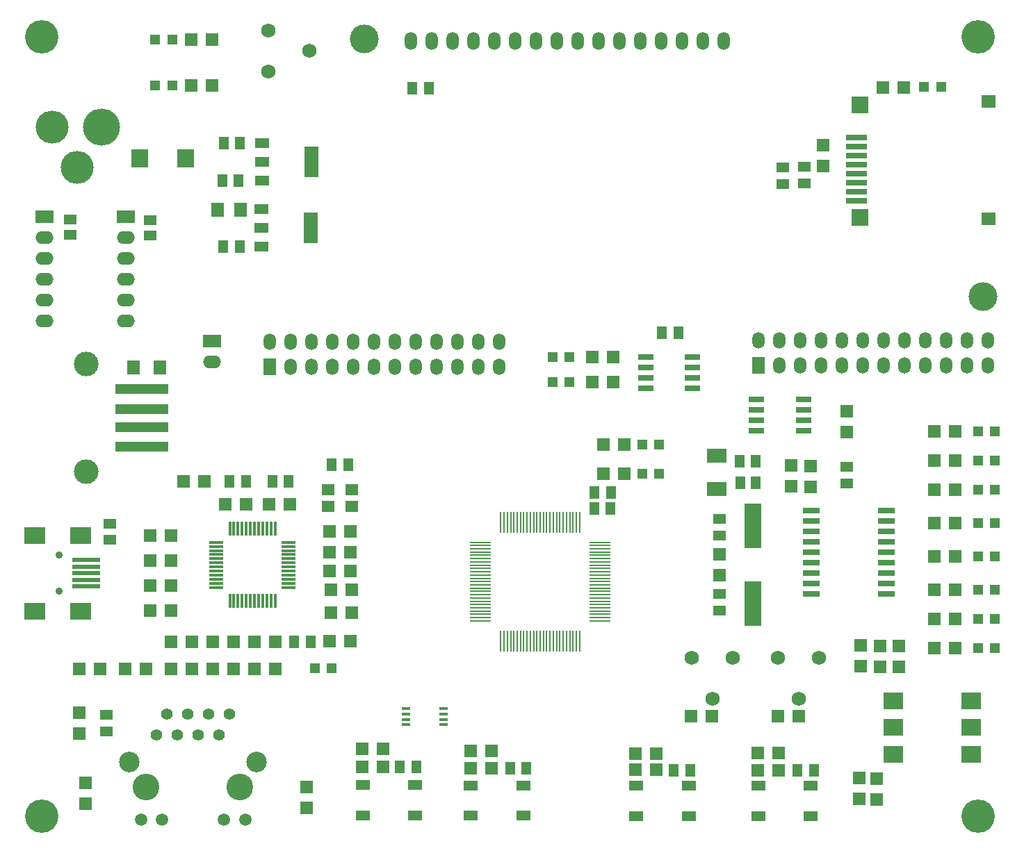
<source format=gts>
G04 (created by PCBNEW (2013-07-07 BZR 4022)-stable) date 03/02/2018 19:35:14*
%MOIN*%
G04 Gerber Fmt 3.4, Leading zero omitted, Abs format*
%FSLAX34Y34*%
G01*
G70*
G90*
G04 APERTURE LIST*
%ADD10C,0.00590551*%
%ADD11C,0.0551181*%
%ADD12C,0.0984252*%
%ADD13C,0.127953*%
%ADD14C,0.0590551*%
%ADD15R,0.0984252X0.027563*%
%ADD16R,0.0669X0.0591*%
%ADD17R,0.0787402X0.0787402*%
%ADD18R,0.0866X0.06*%
%ADD19O,0.0866X0.06*%
%ADD20C,0.137795*%
%ADD21O,0.0590551X0.0866142*%
%ADD22R,0.0984252X0.00787402*%
%ADD23R,0.00787402X0.0984252*%
%ADD24R,0.059X0.063011*%
%ADD25C,0.16*%
%ADD26R,0.0944882X0.0787402*%
%ADD27R,0.0472X0.0472*%
%ADD28O,0.177701X0.177701*%
%ADD29O,0.158098X0.158098*%
%ADD30R,0.137795X0.0197*%
%ADD31R,0.0984X0.0787*%
%ADD32C,0.0354*%
%ADD33R,0.0728346X0.0314961*%
%ADD34R,0.0787402X0.0275591*%
%ADD35R,0.063011X0.059*%
%ADD36R,0.0708661X0.011811*%
%ADD37R,0.011811X0.0708661*%
%ADD38R,0.0787402X0.0905512*%
%ADD39R,0.0787402X0.216535*%
%ADD40R,0.0629921X0.0551181*%
%ADD41R,0.063X0.071*%
%ADD42R,0.0512008X0.059*%
%ADD43R,0.059X0.0512008*%
%ADD44C,0.1181*%
%ADD45R,0.25595X0.047289*%
%ADD46R,0.0708691X0.0472471*%
%ADD47C,0.0689*%
%ADD48R,0.0402X0.0161*%
%ADD49R,0.059X0.0512*%
%ADD50R,0.06X0.0787*%
%ADD51O,0.06X0.0787*%
%ADD52R,0.0512X0.059*%
%ADD53R,0.0709X0.0512*%
%ADD54R,0.0709X0.1496*%
%ADD55R,0.0945X0.0709*%
G04 APERTURE END LIST*
G54D10*
G54D11*
X42400Y-53753D03*
X41400Y-53753D03*
X41900Y-52753D03*
X42900Y-52753D03*
X43400Y-53753D03*
X43900Y-52753D03*
X44400Y-53753D03*
X44900Y-52753D03*
G54D12*
X40098Y-55049D03*
X46201Y-55049D03*
G54D13*
X40900Y-56250D03*
X45400Y-56250D03*
G54D14*
X44640Y-57820D03*
X45650Y-57820D03*
X40660Y-57820D03*
X41650Y-57820D03*
G54D15*
X74960Y-25100D03*
X74960Y-25540D03*
X74960Y-25960D03*
X74960Y-26400D03*
X74960Y-26840D03*
X74960Y-27260D03*
X74960Y-27700D03*
X74960Y-28140D03*
G54D16*
X81300Y-23350D03*
G54D17*
X75120Y-28940D03*
G54D16*
X81300Y-29000D03*
G54D17*
X75140Y-23520D03*
G54D18*
X44070Y-34855D03*
G54D19*
X44070Y-35855D03*
G54D20*
X51357Y-20368D03*
X81042Y-32731D03*
G54D21*
X53601Y-20447D03*
X54601Y-20447D03*
X55601Y-20447D03*
X56601Y-20447D03*
X57601Y-20447D03*
X58601Y-20447D03*
X59601Y-20447D03*
X60601Y-20447D03*
X61601Y-20447D03*
X62601Y-20447D03*
X63601Y-20447D03*
X64601Y-20447D03*
X65601Y-20447D03*
X66601Y-20447D03*
X67601Y-20447D03*
X68601Y-20447D03*
G54D22*
X56945Y-44510D03*
X56945Y-44667D03*
X56945Y-44825D03*
X56945Y-44982D03*
X56945Y-45140D03*
X56945Y-45297D03*
X56945Y-45455D03*
X56945Y-45612D03*
X56945Y-45770D03*
X56945Y-45927D03*
X56945Y-46085D03*
X56945Y-46242D03*
X56945Y-46400D03*
X56945Y-46557D03*
X56945Y-46714D03*
X56945Y-46872D03*
X56945Y-47029D03*
X56945Y-47187D03*
X56945Y-47344D03*
X56945Y-47502D03*
X56945Y-47659D03*
X56945Y-47817D03*
X56945Y-47974D03*
X56945Y-48132D03*
X56945Y-48289D03*
G54D23*
X57910Y-49254D03*
X58067Y-49254D03*
X58225Y-49254D03*
X58382Y-49254D03*
X58540Y-49254D03*
X58697Y-49254D03*
X58855Y-49254D03*
X59012Y-49254D03*
X59170Y-49254D03*
X59327Y-49254D03*
X59485Y-49254D03*
X59642Y-49254D03*
X59800Y-49254D03*
X59957Y-49254D03*
X60114Y-49254D03*
X60272Y-49254D03*
X60429Y-49254D03*
X60587Y-49254D03*
X60744Y-49254D03*
X60902Y-49254D03*
X61059Y-49254D03*
X61217Y-49254D03*
X61374Y-49254D03*
X61532Y-49254D03*
X61689Y-49254D03*
G54D22*
X62654Y-48289D03*
X62654Y-48132D03*
X62654Y-47974D03*
X62654Y-47817D03*
X62654Y-47659D03*
X62654Y-47502D03*
X62654Y-47344D03*
X62654Y-47187D03*
X62654Y-47029D03*
X62654Y-46872D03*
X62654Y-46714D03*
X62654Y-46557D03*
X62654Y-46400D03*
X62654Y-46242D03*
X62654Y-46085D03*
X62654Y-45927D03*
X62654Y-45770D03*
X62654Y-45612D03*
X62654Y-45455D03*
X62654Y-45297D03*
X62654Y-45140D03*
X62654Y-44982D03*
X62654Y-44825D03*
X62654Y-44667D03*
X62654Y-44510D03*
G54D23*
X61689Y-43545D03*
X61532Y-43545D03*
X61374Y-43545D03*
X61217Y-43545D03*
X61059Y-43545D03*
X60902Y-43545D03*
X60744Y-43545D03*
X60587Y-43545D03*
X60429Y-43545D03*
X60272Y-43545D03*
X60114Y-43545D03*
X59957Y-43545D03*
X59800Y-43545D03*
X59642Y-43545D03*
X59485Y-43545D03*
X59327Y-43545D03*
X59170Y-43545D03*
X59012Y-43545D03*
X58855Y-43545D03*
X58697Y-43545D03*
X58540Y-43545D03*
X58382Y-43545D03*
X58225Y-43545D03*
X58067Y-43545D03*
X57910Y-43545D03*
G54D24*
X75921Y-56846D03*
X75921Y-55846D03*
G54D25*
X80800Y-57650D03*
G54D26*
X76729Y-52120D03*
X76729Y-53400D03*
X76729Y-54679D03*
X80470Y-54679D03*
X80470Y-53400D03*
X80470Y-52120D03*
G54D27*
X48987Y-50550D03*
X49813Y-50550D03*
G54D25*
X35900Y-57650D03*
X80800Y-20250D03*
G54D27*
X78190Y-22673D03*
X79016Y-22673D03*
X42164Y-22588D03*
X41338Y-22588D03*
X42164Y-20388D03*
X41338Y-20388D03*
G54D28*
X38749Y-24600D03*
G54D29*
X37587Y-26529D03*
X36387Y-24600D03*
G54D25*
X35900Y-20250D03*
G54D30*
X38030Y-45370D03*
X38030Y-45690D03*
X38030Y-46000D03*
X38030Y-46310D03*
X38030Y-46620D03*
G54D31*
X37780Y-44180D03*
X35560Y-44180D03*
X37780Y-47820D03*
X35560Y-47820D03*
G54D32*
X36735Y-45134D03*
X36735Y-46866D03*
G54D33*
X70179Y-37662D03*
X70179Y-38162D03*
X70179Y-38662D03*
X70179Y-39162D03*
X72424Y-39162D03*
X72424Y-38662D03*
X72424Y-38162D03*
X72424Y-37662D03*
X64855Y-35616D03*
X64855Y-36116D03*
X64855Y-36616D03*
X64855Y-37116D03*
X67100Y-37116D03*
X67100Y-36616D03*
X67100Y-36116D03*
X67100Y-35616D03*
G54D34*
X72788Y-43000D03*
X72788Y-43500D03*
X72788Y-44000D03*
X72788Y-44500D03*
X72788Y-45000D03*
X72788Y-45500D03*
X72788Y-46000D03*
X72788Y-46500D03*
X72788Y-47000D03*
X76411Y-47000D03*
X76411Y-46500D03*
X76411Y-46000D03*
X76411Y-45500D03*
X76411Y-45000D03*
X76411Y-44500D03*
X76411Y-44000D03*
X76411Y-43500D03*
X76411Y-43000D03*
G54D24*
X48600Y-56250D03*
X48600Y-57250D03*
G54D35*
X50700Y-44000D03*
X49700Y-44000D03*
X49700Y-45000D03*
X50700Y-45000D03*
X50700Y-45900D03*
X49700Y-45900D03*
X42100Y-44200D03*
X41100Y-44200D03*
X47800Y-42700D03*
X46800Y-42700D03*
X42100Y-45400D03*
X41100Y-45400D03*
X44100Y-50600D03*
X45100Y-50600D03*
X37700Y-50600D03*
X38700Y-50600D03*
X43100Y-50600D03*
X42100Y-50600D03*
X56459Y-55370D03*
X57459Y-55370D03*
G54D24*
X73360Y-26470D03*
X73360Y-25470D03*
X38000Y-57050D03*
X38000Y-56050D03*
X74500Y-38230D03*
X74500Y-39230D03*
G54D35*
X76241Y-22680D03*
X77241Y-22680D03*
X39900Y-50600D03*
X40900Y-50600D03*
X44700Y-42700D03*
X45700Y-42700D03*
X65381Y-54662D03*
X64381Y-54662D03*
X64372Y-55436D03*
X65372Y-55436D03*
X63300Y-36810D03*
X62300Y-36810D03*
X63300Y-35610D03*
X62300Y-35610D03*
X71228Y-54614D03*
X70228Y-54614D03*
X70228Y-55447D03*
X71228Y-55447D03*
X44051Y-20388D03*
X43051Y-20388D03*
X44051Y-22588D03*
X43051Y-22588D03*
X43700Y-41600D03*
X42700Y-41600D03*
X42100Y-46600D03*
X41100Y-46600D03*
X43100Y-49300D03*
X42100Y-49300D03*
X45100Y-49300D03*
X44100Y-49300D03*
X46100Y-49300D03*
X47100Y-49300D03*
X50750Y-47900D03*
X49750Y-47900D03*
X46100Y-50600D03*
X47100Y-50600D03*
X50750Y-46800D03*
X49750Y-46800D03*
X50700Y-49250D03*
X49700Y-49250D03*
X41100Y-47800D03*
X42100Y-47800D03*
G54D24*
X72780Y-40870D03*
X72780Y-41870D03*
G54D35*
X78700Y-43600D03*
X79700Y-43600D03*
X78700Y-45200D03*
X79700Y-45200D03*
X57459Y-54530D03*
X56459Y-54530D03*
X78700Y-46800D03*
X79700Y-46800D03*
X78700Y-42000D03*
X79700Y-42000D03*
X78700Y-48200D03*
X79700Y-48200D03*
X78700Y-40600D03*
X79700Y-40600D03*
X78700Y-49600D03*
X79700Y-49600D03*
X78700Y-39200D03*
X79700Y-39200D03*
G54D24*
X71840Y-40840D03*
X71840Y-41840D03*
X68400Y-45100D03*
X68400Y-46100D03*
G54D35*
X62819Y-39831D03*
X63819Y-39831D03*
X62819Y-41231D03*
X63819Y-41231D03*
X71201Y-52843D03*
X72201Y-52843D03*
X67045Y-52845D03*
X68045Y-52845D03*
X51258Y-55293D03*
X52258Y-55293D03*
X52255Y-54437D03*
X51255Y-54437D03*
G54D36*
X44267Y-44517D03*
X44267Y-44714D03*
X44267Y-44911D03*
X44267Y-45107D03*
X44267Y-45304D03*
X44267Y-45501D03*
X44267Y-45698D03*
X44267Y-45895D03*
X44267Y-46092D03*
X44267Y-46288D03*
X44267Y-46485D03*
X44267Y-46682D03*
G54D37*
X44917Y-47332D03*
X45114Y-47332D03*
X45311Y-47332D03*
X45507Y-47332D03*
X45704Y-47332D03*
X45901Y-47332D03*
X46098Y-47332D03*
X46295Y-47332D03*
X46492Y-47332D03*
X46688Y-47332D03*
X46885Y-47332D03*
X47082Y-47332D03*
G54D36*
X47732Y-46682D03*
X47732Y-46485D03*
X47732Y-46288D03*
X47732Y-46092D03*
X47732Y-45895D03*
X47732Y-45698D03*
X47732Y-45501D03*
X47732Y-45304D03*
X47732Y-45107D03*
X47732Y-44911D03*
X47732Y-44714D03*
X47732Y-44517D03*
G54D37*
X47082Y-43867D03*
X46885Y-43867D03*
X46688Y-43867D03*
X46492Y-43867D03*
X46295Y-43867D03*
X46098Y-43867D03*
X45901Y-43867D03*
X45704Y-43867D03*
X45507Y-43867D03*
X45311Y-43867D03*
X45114Y-43867D03*
X44917Y-43867D03*
G54D27*
X64682Y-41235D03*
X65508Y-41235D03*
X61213Y-36810D03*
X60387Y-36810D03*
X61213Y-35610D03*
X60387Y-35610D03*
X64682Y-39835D03*
X65508Y-39835D03*
X80787Y-43600D03*
X81613Y-43600D03*
X80787Y-45200D03*
X81613Y-45200D03*
X80787Y-49600D03*
X81613Y-49600D03*
X80787Y-42000D03*
X81613Y-42000D03*
X80787Y-46800D03*
X81613Y-46800D03*
X80787Y-40600D03*
X81613Y-40600D03*
X80787Y-39200D03*
X81613Y-39200D03*
X80787Y-48200D03*
X81613Y-48200D03*
G54D38*
X40590Y-26092D03*
X42790Y-26092D03*
G54D39*
X70000Y-47470D03*
X70000Y-43729D03*
G54D40*
X50770Y-42803D03*
X49629Y-42803D03*
X50770Y-41996D03*
X49629Y-41996D03*
G54D41*
X40305Y-36120D03*
X41564Y-36120D03*
G54D42*
X48795Y-49300D03*
X48004Y-49300D03*
X53070Y-55300D03*
X53861Y-55300D03*
X66213Y-55449D03*
X67004Y-55449D03*
X58355Y-55363D03*
X59146Y-55363D03*
G54D43*
X39160Y-44405D03*
X39160Y-43614D03*
X68400Y-44195D03*
X68400Y-43404D03*
X68400Y-47004D03*
X68400Y-47795D03*
G54D42*
X72124Y-55454D03*
X72915Y-55454D03*
X45398Y-30331D03*
X44607Y-30331D03*
X63185Y-42133D03*
X62394Y-42133D03*
X63175Y-42885D03*
X62384Y-42885D03*
G54D43*
X72470Y-26504D03*
X72470Y-27295D03*
G54D42*
X45695Y-41600D03*
X44904Y-41600D03*
X46954Y-41600D03*
X47745Y-41600D03*
X50595Y-40800D03*
X49804Y-40800D03*
G54D43*
X39000Y-52804D03*
X39000Y-53595D03*
G54D42*
X65648Y-34474D03*
X66439Y-34474D03*
G54D43*
X71430Y-26524D03*
X71430Y-27315D03*
G54D42*
X54470Y-22710D03*
X53679Y-22710D03*
G54D43*
X74505Y-40899D03*
X74505Y-41690D03*
G54D44*
X38041Y-35963D03*
X38041Y-41137D03*
G54D45*
X40682Y-37172D03*
X40682Y-38116D03*
X40682Y-38983D03*
X40682Y-39928D03*
G54D46*
X51290Y-56172D03*
X53809Y-57628D03*
X51290Y-57628D03*
X53809Y-56172D03*
X56470Y-56182D03*
X58989Y-57638D03*
X56470Y-57638D03*
X58989Y-56182D03*
X64400Y-56189D03*
X66919Y-57645D03*
X64400Y-57645D03*
X66919Y-56189D03*
X70252Y-56189D03*
X72771Y-57645D03*
X70252Y-57645D03*
X72771Y-56189D03*
G54D24*
X76095Y-49490D03*
X76095Y-50490D03*
X77000Y-49490D03*
X77000Y-50490D03*
X75180Y-49475D03*
X75180Y-50475D03*
X37690Y-53680D03*
X37690Y-52680D03*
X75090Y-56840D03*
X75090Y-55840D03*
G54D47*
X46756Y-19946D03*
X48724Y-20930D03*
X46756Y-21914D03*
X73166Y-50056D03*
X72182Y-52024D03*
X71198Y-50056D03*
X69039Y-50046D03*
X68055Y-52014D03*
X67071Y-50046D03*
G54D48*
X53364Y-52506D03*
X53364Y-52762D03*
X53364Y-53018D03*
X53364Y-53274D03*
X55176Y-53274D03*
X55176Y-53018D03*
X55176Y-52762D03*
X55176Y-52506D03*
G54D49*
X37260Y-29025D03*
X37260Y-29775D03*
G54D18*
X39940Y-28890D03*
G54D19*
X39940Y-29890D03*
X39940Y-30890D03*
X39940Y-31890D03*
X39940Y-32890D03*
X39940Y-33890D03*
G54D49*
X41090Y-29805D03*
X41090Y-29055D03*
G54D18*
X36015Y-28895D03*
G54D19*
X36015Y-29895D03*
X36015Y-30895D03*
X36015Y-31895D03*
X36015Y-32895D03*
X36015Y-33895D03*
G54D50*
X46825Y-36088D03*
G54D51*
X46825Y-34892D03*
X47825Y-36088D03*
X47825Y-34892D03*
X48825Y-36088D03*
X48825Y-34892D03*
X49825Y-36088D03*
X49825Y-34892D03*
X50825Y-36088D03*
X50825Y-34892D03*
X51825Y-36088D03*
X51825Y-34892D03*
X52825Y-36088D03*
X52825Y-34892D03*
X53825Y-36088D03*
X53825Y-34892D03*
X54825Y-36088D03*
X54825Y-34892D03*
X55825Y-36088D03*
X55825Y-34892D03*
X56825Y-36088D03*
X56825Y-34892D03*
X57825Y-36088D03*
X57825Y-34892D03*
G54D50*
X70270Y-36018D03*
G54D51*
X70270Y-34822D03*
X71270Y-36018D03*
X71270Y-34822D03*
X72270Y-36018D03*
X72270Y-34822D03*
X73270Y-36018D03*
X73270Y-34822D03*
X74270Y-36018D03*
X74270Y-34822D03*
X75270Y-36018D03*
X75270Y-34822D03*
X76270Y-36018D03*
X76270Y-34822D03*
X77270Y-36018D03*
X77270Y-34822D03*
X78270Y-36018D03*
X78270Y-34822D03*
X79270Y-36018D03*
X79270Y-34822D03*
X80270Y-36018D03*
X80270Y-34822D03*
X81270Y-36018D03*
X81270Y-34822D03*
G54D52*
X69380Y-40621D03*
X70130Y-40621D03*
X69395Y-41670D03*
X70145Y-41670D03*
G54D53*
X46454Y-25344D03*
X46454Y-26250D03*
X46454Y-27156D03*
G54D54*
X48816Y-26250D03*
G54D53*
X46444Y-28524D03*
X46444Y-29430D03*
X46444Y-30336D03*
G54D54*
X48806Y-29430D03*
G54D41*
X45445Y-28560D03*
X44345Y-28560D03*
G54D52*
X45395Y-25370D03*
X44645Y-25370D03*
X45330Y-27165D03*
X44580Y-27165D03*
G54D55*
X68265Y-40353D03*
X68265Y-41967D03*
M02*

</source>
